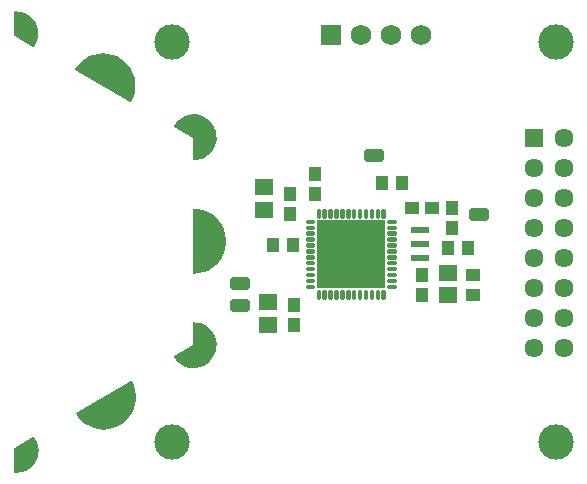
<source format=gbr>
G04 EAGLE Gerber RS-274X export*
G75*
%MOMM*%
%FSLAX34Y34*%
%LPD*%
%INSoldermask Bottom*%
%IPPOS*%
%AMOC8*
5,1,8,0,0,1.08239X$1,22.5*%
G01*
%ADD10C,3.001600*%
%ADD11R,1.752600X1.752600*%
%ADD12C,1.752600*%
%ADD13R,1.609600X1.609600*%
%ADD14C,1.609600*%
%ADD15C,0.605878*%
%ADD16C,0.225016*%
%ADD17R,5.801588X5.801588*%
%ADD18C,1.101600*%
%ADD19C,0.152400*%
%ADD20R,1.501597X0.501600*%
%ADD21R,1.101600X1.201600*%
%ADD22R,1.601600X1.401600*%
%ADD23R,1.201600X1.101600*%

G36*
X-243906Y-29402D02*
X-243906Y-29402D01*
X-243895Y-29403D01*
X-239871Y-29101D01*
X-239840Y-29093D01*
X-239797Y-29090D01*
X-235863Y-28192D01*
X-235834Y-28179D01*
X-235791Y-28170D01*
X-232035Y-26696D01*
X-232008Y-26679D01*
X-231968Y-26664D01*
X-228473Y-24646D01*
X-228449Y-24625D01*
X-228411Y-24604D01*
X-225256Y-22088D01*
X-225236Y-22063D01*
X-225201Y-22037D01*
X-222457Y-19079D01*
X-222440Y-19052D01*
X-222410Y-19020D01*
X-220137Y-15686D01*
X-220124Y-15657D01*
X-220100Y-15622D01*
X-218349Y-11986D01*
X-218341Y-11955D01*
X-218321Y-11916D01*
X-217132Y-8060D01*
X-217129Y-8029D01*
X-217115Y-7987D01*
X-216514Y-3997D01*
X-216515Y-3965D01*
X-216508Y-3923D01*
X-216508Y113D01*
X-216515Y144D01*
X-216514Y187D01*
X-217115Y4177D01*
X-217126Y4207D01*
X-217132Y4250D01*
X-218321Y8106D01*
X-218337Y8134D01*
X-218349Y8176D01*
X-220100Y11812D01*
X-220119Y11837D01*
X-220137Y11876D01*
X-222410Y15210D01*
X-222433Y15233D01*
X-222457Y15269D01*
X-225201Y18227D01*
X-225227Y18246D01*
X-225256Y18278D01*
X-228411Y20794D01*
X-228439Y20808D01*
X-228473Y20836D01*
X-231968Y22854D01*
X-231998Y22864D01*
X-232035Y22886D01*
X-235791Y24360D01*
X-235823Y24366D01*
X-235863Y24382D01*
X-239797Y25280D01*
X-239829Y25281D01*
X-239871Y25291D01*
X-243895Y25593D01*
X-243922Y25589D01*
X-243949Y25594D01*
X-244019Y25577D01*
X-244092Y25568D01*
X-244116Y25554D01*
X-244142Y25548D01*
X-244201Y25505D01*
X-244264Y25468D01*
X-244280Y25446D01*
X-244302Y25430D01*
X-244339Y25367D01*
X-244383Y25309D01*
X-244390Y25282D01*
X-244404Y25259D01*
X-244421Y25155D01*
X-244431Y25116D01*
X-244429Y25106D01*
X-244431Y25095D01*
X-244431Y-28905D01*
X-244426Y-28932D01*
X-244428Y-28959D01*
X-244406Y-29028D01*
X-244392Y-29100D01*
X-244376Y-29122D01*
X-244368Y-29148D01*
X-244320Y-29204D01*
X-244279Y-29264D01*
X-244256Y-29278D01*
X-244238Y-29299D01*
X-244173Y-29332D01*
X-244112Y-29371D01*
X-244085Y-29375D01*
X-244060Y-29387D01*
X-243956Y-29397D01*
X-243915Y-29404D01*
X-243906Y-29402D01*
G37*
G36*
X-320039Y-161371D02*
X-320039Y-161371D01*
X-319996Y-161375D01*
X-315976Y-161071D01*
X-315945Y-161062D01*
X-315902Y-161060D01*
X-311972Y-160160D01*
X-311943Y-160147D01*
X-311901Y-160138D01*
X-308150Y-158663D01*
X-308123Y-158646D01*
X-308082Y-158631D01*
X-304592Y-156613D01*
X-304569Y-156592D01*
X-304531Y-156571D01*
X-301381Y-154056D01*
X-301360Y-154031D01*
X-301326Y-154005D01*
X-298586Y-151048D01*
X-298569Y-151021D01*
X-298539Y-150990D01*
X-296271Y-147658D01*
X-296258Y-147628D01*
X-296233Y-147593D01*
X-294486Y-143960D01*
X-294479Y-143929D01*
X-294459Y-143891D01*
X-293273Y-140038D01*
X-293270Y-140006D01*
X-293257Y-139965D01*
X-292658Y-135978D01*
X-292660Y-135947D01*
X-292653Y-135904D01*
X-292655Y-131873D01*
X-292662Y-131842D01*
X-292661Y-131798D01*
X-293264Y-127813D01*
X-293275Y-127783D01*
X-293281Y-127740D01*
X-294471Y-123888D01*
X-294486Y-123861D01*
X-294499Y-123819D01*
X-296250Y-120188D01*
X-296266Y-120166D01*
X-296276Y-120141D01*
X-296326Y-120088D01*
X-296370Y-120030D01*
X-296394Y-120016D01*
X-296412Y-119997D01*
X-296479Y-119967D01*
X-296543Y-119931D01*
X-296570Y-119928D01*
X-296595Y-119917D01*
X-296668Y-119916D01*
X-296740Y-119907D01*
X-296766Y-119915D01*
X-296794Y-119915D01*
X-296892Y-119951D01*
X-296931Y-119963D01*
X-296939Y-119969D01*
X-296949Y-119973D01*
X-343649Y-146973D01*
X-343670Y-146991D01*
X-343694Y-147002D01*
X-343727Y-147038D01*
X-343744Y-147050D01*
X-343755Y-147066D01*
X-343798Y-147105D01*
X-343810Y-147129D01*
X-343828Y-147149D01*
X-343852Y-147218D01*
X-343884Y-147284D01*
X-343885Y-147311D01*
X-343894Y-147337D01*
X-343889Y-147410D01*
X-343893Y-147483D01*
X-343883Y-147508D01*
X-343881Y-147535D01*
X-343837Y-147631D01*
X-343823Y-147669D01*
X-343817Y-147676D01*
X-343812Y-147687D01*
X-341539Y-151016D01*
X-341516Y-151038D01*
X-341492Y-151074D01*
X-338749Y-154028D01*
X-338723Y-154046D01*
X-338694Y-154078D01*
X-335541Y-156590D01*
X-335512Y-156604D01*
X-335479Y-156632D01*
X-331987Y-158645D01*
X-331957Y-158655D01*
X-331919Y-158678D01*
X-328166Y-160148D01*
X-328135Y-160154D01*
X-328095Y-160170D01*
X-324164Y-161065D01*
X-324132Y-161065D01*
X-324090Y-161076D01*
X-320070Y-161375D01*
X-320039Y-161371D01*
G37*
G36*
X-297216Y115855D02*
X-297216Y115855D01*
X-297144Y115861D01*
X-297119Y115873D01*
X-297093Y115878D01*
X-297032Y115919D01*
X-296967Y115952D01*
X-296950Y115973D01*
X-296927Y115988D01*
X-296866Y116074D01*
X-296840Y116106D01*
X-296838Y116115D01*
X-296831Y116124D01*
X-295080Y119755D01*
X-295072Y119786D01*
X-295052Y119824D01*
X-293862Y123676D01*
X-293859Y123708D01*
X-293845Y123749D01*
X-293242Y127734D01*
X-293243Y127766D01*
X-293236Y127809D01*
X-293234Y131840D01*
X-293240Y131871D01*
X-293239Y131914D01*
X-293838Y135901D01*
X-293849Y135931D01*
X-293854Y135974D01*
X-295040Y139827D01*
X-295055Y139855D01*
X-295067Y139896D01*
X-296814Y143529D01*
X-296833Y143554D01*
X-296852Y143594D01*
X-299120Y146926D01*
X-299143Y146948D01*
X-299167Y146984D01*
X-301907Y149941D01*
X-301933Y149959D01*
X-301962Y149992D01*
X-305112Y152507D01*
X-305140Y152522D01*
X-305173Y152549D01*
X-308663Y154567D01*
X-308694Y154577D01*
X-308731Y154599D01*
X-312482Y156074D01*
X-312514Y156080D01*
X-312553Y156096D01*
X-316483Y156996D01*
X-316515Y156996D01*
X-316557Y157007D01*
X-320577Y157311D01*
X-320608Y157307D01*
X-320651Y157311D01*
X-324671Y157012D01*
X-324702Y157003D01*
X-324745Y157001D01*
X-328676Y156106D01*
X-328705Y156093D01*
X-328747Y156084D01*
X-332500Y154614D01*
X-332527Y154596D01*
X-332568Y154581D01*
X-336060Y152568D01*
X-336084Y152547D01*
X-336122Y152526D01*
X-339275Y150014D01*
X-339295Y149990D01*
X-339330Y149964D01*
X-342073Y147010D01*
X-342090Y146983D01*
X-342120Y146952D01*
X-344393Y143623D01*
X-344403Y143597D01*
X-344421Y143576D01*
X-344442Y143507D01*
X-344470Y143439D01*
X-344470Y143412D01*
X-344478Y143386D01*
X-344470Y143313D01*
X-344470Y143240D01*
X-344459Y143215D01*
X-344456Y143188D01*
X-344420Y143125D01*
X-344391Y143058D01*
X-344372Y143039D01*
X-344359Y143015D01*
X-344277Y142948D01*
X-344248Y142920D01*
X-344239Y142916D01*
X-344230Y142909D01*
X-297530Y115909D01*
X-297505Y115900D01*
X-297482Y115884D01*
X-297411Y115869D01*
X-297342Y115846D01*
X-297315Y115848D01*
X-297288Y115842D01*
X-297216Y115855D01*
G37*
G36*
X-241574Y-109283D02*
X-241574Y-109283D01*
X-241540Y-109275D01*
X-241491Y-109273D01*
X-238378Y-108615D01*
X-238346Y-108601D01*
X-238298Y-108591D01*
X-235338Y-107423D01*
X-235309Y-107404D01*
X-235263Y-107386D01*
X-232539Y-105741D01*
X-232514Y-105717D01*
X-232472Y-105692D01*
X-230061Y-103616D01*
X-230039Y-103588D01*
X-230002Y-103556D01*
X-227971Y-101107D01*
X-227954Y-101076D01*
X-227923Y-101038D01*
X-226329Y-98284D01*
X-226318Y-98251D01*
X-226293Y-98209D01*
X-225180Y-95228D01*
X-225175Y-95193D01*
X-225158Y-95147D01*
X-224558Y-92022D01*
X-224558Y-91987D01*
X-224549Y-91939D01*
X-224479Y-88758D01*
X-224485Y-88724D01*
X-224484Y-88675D01*
X-224945Y-85526D01*
X-224957Y-85493D01*
X-224964Y-85445D01*
X-225943Y-82418D01*
X-225961Y-82387D01*
X-225976Y-82340D01*
X-227447Y-79519D01*
X-227469Y-79492D01*
X-227491Y-79448D01*
X-229412Y-76911D01*
X-229438Y-76888D01*
X-229468Y-76849D01*
X-231785Y-74668D01*
X-231815Y-74650D01*
X-231850Y-74616D01*
X-234498Y-72852D01*
X-234531Y-72839D01*
X-234572Y-72812D01*
X-237477Y-71514D01*
X-237501Y-71509D01*
X-237520Y-71498D01*
X-237538Y-71495D01*
X-237556Y-71487D01*
X-240637Y-70692D01*
X-240672Y-70690D01*
X-240719Y-70678D01*
X-243890Y-70408D01*
X-243919Y-70411D01*
X-243949Y-70406D01*
X-244017Y-70422D01*
X-244087Y-70430D01*
X-244113Y-70445D01*
X-244142Y-70452D01*
X-244199Y-70494D01*
X-244260Y-70529D01*
X-244278Y-70552D01*
X-244302Y-70570D01*
X-244338Y-70630D01*
X-244381Y-70687D01*
X-244388Y-70715D01*
X-244404Y-70741D01*
X-244420Y-70837D01*
X-244431Y-70879D01*
X-244429Y-70891D01*
X-244431Y-70905D01*
X-244431Y-89616D01*
X-260681Y-98972D01*
X-260703Y-98992D01*
X-260730Y-99004D01*
X-260777Y-99057D01*
X-260830Y-99104D01*
X-260843Y-99130D01*
X-260863Y-99152D01*
X-260886Y-99219D01*
X-260916Y-99283D01*
X-260918Y-99313D01*
X-260927Y-99340D01*
X-260922Y-99411D01*
X-260925Y-99482D01*
X-260915Y-99510D01*
X-260913Y-99539D01*
X-260872Y-99627D01*
X-260869Y-99638D01*
X-260866Y-99642D01*
X-260856Y-99668D01*
X-260848Y-99677D01*
X-260842Y-99689D01*
X-259029Y-102304D01*
X-259004Y-102329D01*
X-258976Y-102369D01*
X-256753Y-104645D01*
X-256724Y-104665D01*
X-256690Y-104700D01*
X-254117Y-106573D01*
X-254086Y-106588D01*
X-254046Y-106616D01*
X-251198Y-108035D01*
X-251164Y-108044D01*
X-251120Y-108066D01*
X-248075Y-108989D01*
X-248040Y-108992D01*
X-247993Y-109006D01*
X-244837Y-109409D01*
X-244802Y-109406D01*
X-244753Y-109413D01*
X-241574Y-109283D01*
G37*
G36*
X-243904Y66599D02*
X-243904Y66599D01*
X-243890Y66598D01*
X-240719Y66868D01*
X-240686Y66878D01*
X-240637Y66882D01*
X-237556Y67677D01*
X-237524Y67692D01*
X-237477Y67704D01*
X-234572Y69002D01*
X-234543Y69022D01*
X-234498Y69042D01*
X-231850Y70806D01*
X-231825Y70831D01*
X-231785Y70858D01*
X-229468Y73039D01*
X-229448Y73068D01*
X-229412Y73101D01*
X-227491Y75638D01*
X-227476Y75670D01*
X-227447Y75709D01*
X-225976Y78530D01*
X-225966Y78564D01*
X-225943Y78608D01*
X-224964Y81635D01*
X-224960Y81670D01*
X-224945Y81716D01*
X-224484Y84865D01*
X-224486Y84900D01*
X-224479Y84948D01*
X-224549Y88129D01*
X-224557Y88164D01*
X-224558Y88212D01*
X-225158Y91337D01*
X-225171Y91370D01*
X-225180Y91418D01*
X-226293Y94399D01*
X-226312Y94428D01*
X-226329Y94474D01*
X-227923Y97228D01*
X-227946Y97254D01*
X-227971Y97297D01*
X-230002Y99746D01*
X-230029Y99768D01*
X-230061Y99806D01*
X-232472Y101882D01*
X-232502Y101899D01*
X-232539Y101931D01*
X-235263Y103576D01*
X-235296Y103588D01*
X-235338Y103613D01*
X-238298Y104781D01*
X-238332Y104787D01*
X-238378Y104805D01*
X-241491Y105463D01*
X-241526Y105463D01*
X-241574Y105473D01*
X-244753Y105603D01*
X-244788Y105597D01*
X-244837Y105599D01*
X-247993Y105196D01*
X-248026Y105185D01*
X-248075Y105179D01*
X-251120Y104256D01*
X-251151Y104239D01*
X-251198Y104225D01*
X-254046Y102806D01*
X-254074Y102785D01*
X-254117Y102763D01*
X-256690Y100890D01*
X-256713Y100864D01*
X-256753Y100835D01*
X-258976Y98559D01*
X-258995Y98529D01*
X-259029Y98494D01*
X-260842Y95879D01*
X-260854Y95852D01*
X-260873Y95830D01*
X-260893Y95762D01*
X-260921Y95697D01*
X-260921Y95667D01*
X-260929Y95639D01*
X-260921Y95569D01*
X-260922Y95498D01*
X-260910Y95471D01*
X-260907Y95441D01*
X-260872Y95380D01*
X-260845Y95314D01*
X-260824Y95294D01*
X-260809Y95268D01*
X-260734Y95206D01*
X-260703Y95176D01*
X-260692Y95171D01*
X-260681Y95162D01*
X-244431Y85806D01*
X-244431Y67095D01*
X-244425Y67066D01*
X-244428Y67036D01*
X-244406Y66969D01*
X-244392Y66900D01*
X-244375Y66876D01*
X-244366Y66847D01*
X-244319Y66794D01*
X-244279Y66736D01*
X-244254Y66720D01*
X-244234Y66698D01*
X-244171Y66667D01*
X-244112Y66629D01*
X-244082Y66624D01*
X-244055Y66611D01*
X-243958Y66603D01*
X-243915Y66596D01*
X-243904Y66599D01*
G37*
G36*
X-379761Y162822D02*
X-379761Y162822D01*
X-379757Y162821D01*
X-379642Y162856D01*
X-379529Y162889D01*
X-379526Y162891D01*
X-379521Y162893D01*
X-379424Y162962D01*
X-379327Y163030D01*
X-379324Y163033D01*
X-379321Y163035D01*
X-379216Y163166D01*
X-377662Y165596D01*
X-377649Y165626D01*
X-377604Y165706D01*
X-376467Y168356D01*
X-376459Y168388D01*
X-376427Y168474D01*
X-375737Y171274D01*
X-375734Y171307D01*
X-375717Y171397D01*
X-375491Y174272D01*
X-375494Y174304D01*
X-375491Y174396D01*
X-375736Y177270D01*
X-375744Y177301D01*
X-375757Y177392D01*
X-376466Y180188D01*
X-376479Y180218D01*
X-376507Y180305D01*
X-377661Y182948D01*
X-377679Y182976D01*
X-377720Y183057D01*
X-379290Y185477D01*
X-379311Y185501D01*
X-379366Y185575D01*
X-381308Y187707D01*
X-381333Y187728D01*
X-381399Y187792D01*
X-383662Y189580D01*
X-383691Y189595D01*
X-383765Y189648D01*
X-386289Y191044D01*
X-386320Y191055D01*
X-386403Y191095D01*
X-389120Y192061D01*
X-389152Y192067D01*
X-389240Y192093D01*
X-392078Y192604D01*
X-392111Y192604D01*
X-392202Y192616D01*
X-395086Y192658D01*
X-395111Y192654D01*
X-395136Y192657D01*
X-395232Y192636D01*
X-395329Y192622D01*
X-395352Y192610D01*
X-395377Y192605D01*
X-395461Y192555D01*
X-395548Y192510D01*
X-395566Y192492D01*
X-395588Y192479D01*
X-395652Y192404D01*
X-395720Y192334D01*
X-395731Y192311D01*
X-395748Y192292D01*
X-395785Y192201D01*
X-395827Y192113D01*
X-395830Y192087D01*
X-395840Y192064D01*
X-395858Y191897D01*
X-395858Y172466D01*
X-395848Y172401D01*
X-395847Y172335D01*
X-395828Y172280D01*
X-395819Y172223D01*
X-395788Y172165D01*
X-395766Y172103D01*
X-395731Y172057D01*
X-395703Y172006D01*
X-395656Y171961D01*
X-395615Y171908D01*
X-395549Y171859D01*
X-395525Y171837D01*
X-395507Y171828D01*
X-395481Y171808D01*
X-380241Y162918D01*
X-380237Y162917D01*
X-380233Y162914D01*
X-380122Y162873D01*
X-380011Y162830D01*
X-380007Y162830D01*
X-380003Y162829D01*
X-379883Y162825D01*
X-379765Y162820D01*
X-379761Y162822D01*
G37*
G36*
X-391948Y-197569D02*
X-391948Y-197569D01*
X-391916Y-197563D01*
X-391824Y-197557D01*
X-388986Y-197046D01*
X-388955Y-197035D01*
X-388866Y-197014D01*
X-386149Y-196048D01*
X-386120Y-196032D01*
X-386035Y-195997D01*
X-383511Y-194601D01*
X-383486Y-194581D01*
X-383408Y-194533D01*
X-381145Y-192745D01*
X-381123Y-192721D01*
X-381054Y-192660D01*
X-379112Y-190528D01*
X-379094Y-190501D01*
X-379036Y-190430D01*
X-377466Y-188010D01*
X-377453Y-187981D01*
X-377407Y-187901D01*
X-376253Y-185258D01*
X-376244Y-185227D01*
X-376212Y-185141D01*
X-375503Y-182345D01*
X-375500Y-182313D01*
X-375482Y-182223D01*
X-375237Y-179349D01*
X-375240Y-179316D01*
X-375237Y-179225D01*
X-375463Y-176350D01*
X-375471Y-176318D01*
X-375483Y-176227D01*
X-376173Y-173427D01*
X-376186Y-173397D01*
X-376213Y-173309D01*
X-377350Y-170659D01*
X-377368Y-170631D01*
X-377408Y-170549D01*
X-378962Y-168119D01*
X-378964Y-168116D01*
X-378966Y-168112D01*
X-379046Y-168024D01*
X-379126Y-167936D01*
X-379130Y-167934D01*
X-379132Y-167931D01*
X-379236Y-167873D01*
X-379340Y-167815D01*
X-379344Y-167814D01*
X-379348Y-167812D01*
X-379465Y-167791D01*
X-379581Y-167768D01*
X-379586Y-167769D01*
X-379590Y-167768D01*
X-379707Y-167785D01*
X-379825Y-167801D01*
X-379829Y-167803D01*
X-379833Y-167803D01*
X-379987Y-167871D01*
X-395227Y-176761D01*
X-395277Y-176803D01*
X-395334Y-176837D01*
X-395372Y-176881D01*
X-395416Y-176918D01*
X-395451Y-176974D01*
X-395494Y-177024D01*
X-395516Y-177078D01*
X-395546Y-177127D01*
X-395561Y-177191D01*
X-395586Y-177252D01*
X-395595Y-177334D01*
X-395602Y-177366D01*
X-395601Y-177386D01*
X-395604Y-177419D01*
X-395604Y-196850D01*
X-395600Y-196875D01*
X-395603Y-196901D01*
X-395580Y-196996D01*
X-395565Y-197093D01*
X-395553Y-197115D01*
X-395547Y-197140D01*
X-395495Y-197224D01*
X-395449Y-197310D01*
X-395431Y-197328D01*
X-395418Y-197349D01*
X-395342Y-197412D01*
X-395271Y-197480D01*
X-395248Y-197490D01*
X-395228Y-197507D01*
X-395137Y-197542D01*
X-395048Y-197583D01*
X-395023Y-197586D01*
X-394999Y-197595D01*
X-394832Y-197611D01*
X-391948Y-197569D01*
G37*
D10*
X-262418Y166823D03*
X-262418Y-172267D03*
X62702Y-172267D03*
X62702Y166823D03*
D11*
X-127254Y172466D03*
D12*
X-101854Y172466D03*
X-76454Y172466D03*
X-51054Y172466D03*
D13*
X44069Y85344D03*
D14*
X69469Y85344D03*
X44069Y59944D03*
X69469Y59944D03*
X44069Y34544D03*
X69469Y34544D03*
X44069Y9144D03*
X69469Y9144D03*
X44069Y-16256D03*
X69469Y-16256D03*
X44069Y-41656D03*
X69469Y-41656D03*
X44069Y-67056D03*
X69469Y-67056D03*
X44069Y-92456D03*
X69469Y-92456D03*
D15*
X-199499Y-40071D02*
X-210457Y-40071D01*
X-210457Y-35113D01*
X-199499Y-35113D01*
X-199499Y-40071D01*
X-199626Y-57978D02*
X-210584Y-57978D01*
X-210584Y-53020D01*
X-199626Y-53020D01*
X-199626Y-57978D01*
D16*
X-79254Y14294D02*
X-79254Y15560D01*
X-73488Y15560D01*
X-73488Y14294D01*
X-79254Y14294D01*
X-79254Y10560D02*
X-79254Y9294D01*
X-79254Y10560D02*
X-73488Y10560D01*
X-73488Y9294D01*
X-79254Y9294D01*
X-79254Y5560D02*
X-79254Y4294D01*
X-79254Y5560D02*
X-73488Y5560D01*
X-73488Y4294D01*
X-79254Y4294D01*
X-79254Y560D02*
X-79254Y-706D01*
X-79254Y560D02*
X-73488Y560D01*
X-73488Y-706D01*
X-79254Y-706D01*
X-79254Y-4440D02*
X-79254Y-5706D01*
X-79254Y-4440D02*
X-73488Y-4440D01*
X-73488Y-5706D01*
X-79254Y-5706D01*
X-79254Y-9440D02*
X-79254Y-10706D01*
X-79254Y-9440D02*
X-73488Y-9440D01*
X-73488Y-10706D01*
X-79254Y-10706D01*
X-79254Y-14440D02*
X-79254Y-15706D01*
X-79254Y-14440D02*
X-73488Y-14440D01*
X-73488Y-15706D01*
X-79254Y-15706D01*
X-79254Y-19440D02*
X-79254Y-20706D01*
X-79254Y-19440D02*
X-73488Y-19440D01*
X-73488Y-20706D01*
X-79254Y-20706D01*
X-79254Y-24440D02*
X-79254Y-25706D01*
X-79254Y-24440D02*
X-73488Y-24440D01*
X-73488Y-25706D01*
X-79254Y-25706D01*
X-79254Y-29440D02*
X-79254Y-30706D01*
X-79254Y-29440D02*
X-73488Y-29440D01*
X-73488Y-30706D01*
X-79254Y-30706D01*
X-79254Y-34440D02*
X-79254Y-35706D01*
X-79254Y-34440D02*
X-73488Y-34440D01*
X-73488Y-35706D01*
X-79254Y-35706D01*
X-79254Y-39440D02*
X-79254Y-40706D01*
X-79254Y-39440D02*
X-73488Y-39440D01*
X-73488Y-40706D01*
X-79254Y-40706D01*
X-82738Y-44190D02*
X-84004Y-44190D01*
X-82738Y-44190D02*
X-82738Y-49956D01*
X-84004Y-49956D01*
X-84004Y-44190D01*
X-84004Y-47819D02*
X-82738Y-47819D01*
X-82738Y-45682D02*
X-84004Y-45682D01*
X-87738Y-44190D02*
X-89004Y-44190D01*
X-87738Y-44190D02*
X-87738Y-49956D01*
X-89004Y-49956D01*
X-89004Y-44190D01*
X-89004Y-47819D02*
X-87738Y-47819D01*
X-87738Y-45682D02*
X-89004Y-45682D01*
X-92738Y-44190D02*
X-94004Y-44190D01*
X-92738Y-44190D02*
X-92738Y-49956D01*
X-94004Y-49956D01*
X-94004Y-44190D01*
X-94004Y-47819D02*
X-92738Y-47819D01*
X-92738Y-45682D02*
X-94004Y-45682D01*
X-97738Y-44190D02*
X-99004Y-44190D01*
X-97738Y-44190D02*
X-97738Y-49956D01*
X-99004Y-49956D01*
X-99004Y-44190D01*
X-99004Y-47819D02*
X-97738Y-47819D01*
X-97738Y-45682D02*
X-99004Y-45682D01*
X-102738Y-44190D02*
X-104004Y-44190D01*
X-102738Y-44190D02*
X-102738Y-49956D01*
X-104004Y-49956D01*
X-104004Y-44190D01*
X-104004Y-47819D02*
X-102738Y-47819D01*
X-102738Y-45682D02*
X-104004Y-45682D01*
X-107738Y-44190D02*
X-109004Y-44190D01*
X-107738Y-44190D02*
X-107738Y-49956D01*
X-109004Y-49956D01*
X-109004Y-44190D01*
X-109004Y-47819D02*
X-107738Y-47819D01*
X-107738Y-45682D02*
X-109004Y-45682D01*
X-112738Y-44190D02*
X-114004Y-44190D01*
X-112738Y-44190D02*
X-112738Y-49956D01*
X-114004Y-49956D01*
X-114004Y-44190D01*
X-114004Y-47819D02*
X-112738Y-47819D01*
X-112738Y-45682D02*
X-114004Y-45682D01*
X-117738Y-44190D02*
X-119004Y-44190D01*
X-117738Y-44190D02*
X-117738Y-49956D01*
X-119004Y-49956D01*
X-119004Y-44190D01*
X-119004Y-47819D02*
X-117738Y-47819D01*
X-117738Y-45682D02*
X-119004Y-45682D01*
X-122738Y-44190D02*
X-124004Y-44190D01*
X-122738Y-44190D02*
X-122738Y-49956D01*
X-124004Y-49956D01*
X-124004Y-44190D01*
X-124004Y-47819D02*
X-122738Y-47819D01*
X-122738Y-45682D02*
X-124004Y-45682D01*
X-127738Y-44190D02*
X-129004Y-44190D01*
X-127738Y-44190D02*
X-127738Y-49956D01*
X-129004Y-49956D01*
X-129004Y-44190D01*
X-129004Y-47819D02*
X-127738Y-47819D01*
X-127738Y-45682D02*
X-129004Y-45682D01*
X-132738Y-44190D02*
X-134004Y-44190D01*
X-132738Y-44190D02*
X-132738Y-49956D01*
X-134004Y-49956D01*
X-134004Y-44190D01*
X-134004Y-47819D02*
X-132738Y-47819D01*
X-132738Y-45682D02*
X-134004Y-45682D01*
X-137738Y-44190D02*
X-139004Y-44190D01*
X-137738Y-44190D02*
X-137738Y-49956D01*
X-139004Y-49956D01*
X-139004Y-44190D01*
X-139004Y-47819D02*
X-137738Y-47819D01*
X-137738Y-45682D02*
X-139004Y-45682D01*
X-142488Y-40706D02*
X-142488Y-39440D01*
X-142488Y-40706D02*
X-148254Y-40706D01*
X-148254Y-39440D01*
X-142488Y-39440D01*
X-142488Y-35706D02*
X-142488Y-34440D01*
X-142488Y-35706D02*
X-148254Y-35706D01*
X-148254Y-34440D01*
X-142488Y-34440D01*
X-142488Y-30706D02*
X-142488Y-29440D01*
X-142488Y-30706D02*
X-148254Y-30706D01*
X-148254Y-29440D01*
X-142488Y-29440D01*
X-142488Y-25706D02*
X-142488Y-24440D01*
X-142488Y-25706D02*
X-148254Y-25706D01*
X-148254Y-24440D01*
X-142488Y-24440D01*
X-142488Y-20706D02*
X-142488Y-19440D01*
X-142488Y-20706D02*
X-148254Y-20706D01*
X-148254Y-19440D01*
X-142488Y-19440D01*
X-142488Y-15706D02*
X-142488Y-14440D01*
X-142488Y-15706D02*
X-148254Y-15706D01*
X-148254Y-14440D01*
X-142488Y-14440D01*
X-142488Y-10706D02*
X-142488Y-9440D01*
X-142488Y-10706D02*
X-148254Y-10706D01*
X-148254Y-9440D01*
X-142488Y-9440D01*
X-142488Y-5706D02*
X-142488Y-4440D01*
X-142488Y-5706D02*
X-148254Y-5706D01*
X-148254Y-4440D01*
X-142488Y-4440D01*
X-142488Y-706D02*
X-142488Y560D01*
X-142488Y-706D02*
X-148254Y-706D01*
X-148254Y560D01*
X-142488Y560D01*
X-142488Y4294D02*
X-142488Y5560D01*
X-142488Y4294D02*
X-148254Y4294D01*
X-148254Y5560D01*
X-142488Y5560D01*
X-142488Y9294D02*
X-142488Y10560D01*
X-142488Y9294D02*
X-148254Y9294D01*
X-148254Y10560D01*
X-142488Y10560D01*
X-142488Y14294D02*
X-142488Y15560D01*
X-142488Y14294D02*
X-148254Y14294D01*
X-148254Y15560D01*
X-142488Y15560D01*
X-139004Y19044D02*
X-137738Y19044D01*
X-139004Y19044D02*
X-139004Y24810D01*
X-137738Y24810D01*
X-137738Y19044D01*
X-137738Y21181D02*
X-139004Y21181D01*
X-139004Y23318D02*
X-137738Y23318D01*
X-134004Y19044D02*
X-132738Y19044D01*
X-134004Y19044D02*
X-134004Y24810D01*
X-132738Y24810D01*
X-132738Y19044D01*
X-132738Y21181D02*
X-134004Y21181D01*
X-134004Y23318D02*
X-132738Y23318D01*
X-129004Y19044D02*
X-127738Y19044D01*
X-129004Y19044D02*
X-129004Y24810D01*
X-127738Y24810D01*
X-127738Y19044D01*
X-127738Y21181D02*
X-129004Y21181D01*
X-129004Y23318D02*
X-127738Y23318D01*
X-124004Y19044D02*
X-122738Y19044D01*
X-124004Y19044D02*
X-124004Y24810D01*
X-122738Y24810D01*
X-122738Y19044D01*
X-122738Y21181D02*
X-124004Y21181D01*
X-124004Y23318D02*
X-122738Y23318D01*
X-119004Y19044D02*
X-117738Y19044D01*
X-119004Y19044D02*
X-119004Y24810D01*
X-117738Y24810D01*
X-117738Y19044D01*
X-117738Y21181D02*
X-119004Y21181D01*
X-119004Y23318D02*
X-117738Y23318D01*
X-114004Y19044D02*
X-112738Y19044D01*
X-114004Y19044D02*
X-114004Y24810D01*
X-112738Y24810D01*
X-112738Y19044D01*
X-112738Y21181D02*
X-114004Y21181D01*
X-114004Y23318D02*
X-112738Y23318D01*
X-109004Y19044D02*
X-107738Y19044D01*
X-109004Y19044D02*
X-109004Y24810D01*
X-107738Y24810D01*
X-107738Y19044D01*
X-107738Y21181D02*
X-109004Y21181D01*
X-109004Y23318D02*
X-107738Y23318D01*
X-104004Y19044D02*
X-102738Y19044D01*
X-104004Y19044D02*
X-104004Y24810D01*
X-102738Y24810D01*
X-102738Y19044D01*
X-102738Y21181D02*
X-104004Y21181D01*
X-104004Y23318D02*
X-102738Y23318D01*
X-99004Y19044D02*
X-97738Y19044D01*
X-99004Y19044D02*
X-99004Y24810D01*
X-97738Y24810D01*
X-97738Y19044D01*
X-97738Y21181D02*
X-99004Y21181D01*
X-99004Y23318D02*
X-97738Y23318D01*
X-94004Y19044D02*
X-92738Y19044D01*
X-94004Y19044D02*
X-94004Y24810D01*
X-92738Y24810D01*
X-92738Y19044D01*
X-92738Y21181D02*
X-94004Y21181D01*
X-94004Y23318D02*
X-92738Y23318D01*
X-89004Y19044D02*
X-87738Y19044D01*
X-89004Y19044D02*
X-89004Y24810D01*
X-87738Y24810D01*
X-87738Y19044D01*
X-87738Y21181D02*
X-89004Y21181D01*
X-89004Y23318D02*
X-87738Y23318D01*
X-84004Y19044D02*
X-82738Y19044D01*
X-84004Y19044D02*
X-84004Y24810D01*
X-82738Y24810D01*
X-82738Y19044D01*
X-82738Y21181D02*
X-84004Y21181D01*
X-84004Y23318D02*
X-82738Y23318D01*
D17*
X-110871Y-12573D03*
D18*
X-387477Y179555D03*
X-237032Y90095D03*
X-237032Y-93905D03*
X-387350Y-182222D03*
X-316800Y136095D03*
X-237032Y-1905D03*
X-316600Y-139905D03*
D19*
X-394970Y-177419D02*
X-394970Y-196850D01*
X-394970Y-196849D02*
X-394539Y-196872D01*
X-394107Y-196885D01*
X-393676Y-196886D01*
X-393244Y-196878D01*
X-392813Y-196859D01*
X-392383Y-196829D01*
X-391953Y-196789D01*
X-391525Y-196738D01*
X-391098Y-196677D01*
X-390672Y-196606D01*
X-390248Y-196524D01*
X-389827Y-196432D01*
X-389408Y-196330D01*
X-388991Y-196218D01*
X-388577Y-196095D01*
X-388167Y-195963D01*
X-387759Y-195820D01*
X-387356Y-195668D01*
X-386956Y-195506D01*
X-386560Y-195334D01*
X-386168Y-195153D01*
X-385781Y-194962D01*
X-385399Y-194762D01*
X-385022Y-194552D01*
X-384650Y-194334D01*
X-384283Y-194106D01*
X-383922Y-193870D01*
X-383567Y-193624D01*
X-383218Y-193371D01*
X-382876Y-193109D01*
X-382539Y-192838D01*
X-382210Y-192560D01*
X-381887Y-192273D01*
X-381572Y-191979D01*
X-381263Y-191677D01*
X-380962Y-191368D01*
X-380669Y-191051D01*
X-380384Y-190728D01*
X-380106Y-190398D01*
X-379837Y-190061D01*
X-379575Y-189717D01*
X-379323Y-189367D01*
X-379079Y-189011D01*
X-378843Y-188650D01*
X-378617Y-188283D01*
X-378399Y-187910D01*
X-378191Y-187532D01*
X-377992Y-187149D01*
X-377802Y-186762D01*
X-377622Y-186370D01*
X-377451Y-185973D01*
X-377290Y-185573D01*
X-377139Y-185169D01*
X-376998Y-184761D01*
X-376866Y-184350D01*
X-376745Y-183936D01*
X-376634Y-183519D01*
X-376533Y-183100D01*
X-376442Y-182678D01*
X-376362Y-182254D01*
X-376292Y-181828D01*
X-376232Y-181401D01*
X-376183Y-180972D01*
X-376144Y-180542D01*
X-376115Y-180112D01*
X-376098Y-179681D01*
X-376090Y-179249D01*
X-376093Y-178818D01*
X-376107Y-178387D01*
X-376131Y-177956D01*
X-376166Y-177526D01*
X-376211Y-177097D01*
X-376266Y-176669D01*
X-376332Y-176242D01*
X-376408Y-175818D01*
X-376495Y-175395D01*
X-376592Y-174974D01*
X-376699Y-174556D01*
X-376816Y-174141D01*
X-376943Y-173729D01*
X-377081Y-173320D01*
X-377228Y-172914D01*
X-377385Y-172512D01*
X-377551Y-172114D01*
X-377728Y-171720D01*
X-377914Y-171331D01*
X-378109Y-170946D01*
X-378314Y-170566D01*
X-378527Y-170192D01*
X-378750Y-169822D01*
X-378982Y-169458D01*
X-379223Y-169100D01*
X-379472Y-168748D01*
X-379730Y-168402D01*
X-394970Y-177419D01*
X-395224Y172339D02*
X-395224Y191770D01*
X-394795Y191794D01*
X-394365Y191807D01*
X-393935Y191810D01*
X-393505Y191802D01*
X-393076Y191784D01*
X-392647Y191755D01*
X-392218Y191716D01*
X-391791Y191666D01*
X-391366Y191606D01*
X-390941Y191536D01*
X-390519Y191455D01*
X-390099Y191364D01*
X-389681Y191263D01*
X-389265Y191152D01*
X-388853Y191031D01*
X-388443Y190900D01*
X-388037Y190758D01*
X-387635Y190607D01*
X-387236Y190446D01*
X-386841Y190276D01*
X-386450Y190096D01*
X-386065Y189906D01*
X-385683Y189708D01*
X-385307Y189500D01*
X-384936Y189282D01*
X-384570Y189056D01*
X-384210Y188821D01*
X-383856Y188578D01*
X-383507Y188325D01*
X-383165Y188065D01*
X-382830Y187796D01*
X-382501Y187519D01*
X-382179Y187234D01*
X-381864Y186942D01*
X-381556Y186641D01*
X-381255Y186334D01*
X-380962Y186019D01*
X-380677Y185697D01*
X-380400Y185368D01*
X-380131Y185033D01*
X-379870Y184691D01*
X-379618Y184343D01*
X-379374Y183989D01*
X-379138Y183629D01*
X-378912Y183263D01*
X-378694Y182892D01*
X-378486Y182516D01*
X-378287Y182135D01*
X-378097Y181749D01*
X-377917Y181359D01*
X-377746Y180964D01*
X-377585Y180566D01*
X-377433Y180163D01*
X-377292Y179757D01*
X-377160Y179348D01*
X-377039Y178935D01*
X-376927Y178520D01*
X-376826Y178102D01*
X-376735Y177682D01*
X-376654Y177260D01*
X-376583Y176836D01*
X-376523Y176410D01*
X-376473Y175983D01*
X-376433Y175555D01*
X-376404Y175126D01*
X-376386Y174696D01*
X-376377Y174266D01*
X-376380Y173836D01*
X-376392Y173406D01*
X-376416Y172977D01*
X-376449Y172548D01*
X-376494Y172120D01*
X-376548Y171694D01*
X-376613Y171269D01*
X-376688Y170845D01*
X-376774Y170424D01*
X-376869Y170005D01*
X-376975Y169588D01*
X-377091Y169174D01*
X-377217Y168763D01*
X-377353Y168355D01*
X-377499Y167950D01*
X-377655Y167550D01*
X-377820Y167153D01*
X-377995Y166760D01*
X-378180Y166372D01*
X-378374Y165988D01*
X-378577Y165609D01*
X-378789Y165235D01*
X-379011Y164866D01*
X-379241Y164503D01*
X-379480Y164146D01*
X-379728Y163794D01*
X-379984Y163449D01*
X-395224Y172339D01*
D20*
X-52197Y7936D03*
X-52197Y-4064D03*
X-52197Y-16064D03*
D21*
X-25146Y9153D03*
X-25146Y26153D03*
X-67700Y47498D03*
X-84700Y47498D03*
D15*
X-85834Y73726D02*
X-96792Y73726D01*
X-85834Y73726D02*
X-85834Y68768D01*
X-96792Y68768D01*
X-96792Y73726D01*
X-8273Y23561D02*
X2685Y23561D01*
X2685Y18603D01*
X-8273Y18603D01*
X-8273Y23561D01*
D21*
X-176394Y-5080D03*
X-159394Y-5080D03*
D22*
X-28829Y-47727D03*
X-28829Y-28727D03*
D23*
X-7620Y-47616D03*
X-7620Y-30616D03*
D22*
X-184404Y24917D03*
X-184404Y43917D03*
X-180721Y-53492D03*
X-180721Y-72492D03*
D21*
X-50673Y-47616D03*
X-50673Y-30616D03*
X-162687Y21472D03*
X-162687Y38472D03*
X-159258Y-55635D03*
X-159258Y-72635D03*
X-141478Y37728D03*
X-141478Y54728D03*
D23*
X-59427Y26289D03*
X-42427Y26289D03*
D21*
X-11820Y-7620D03*
X-28820Y-7620D03*
M02*

</source>
